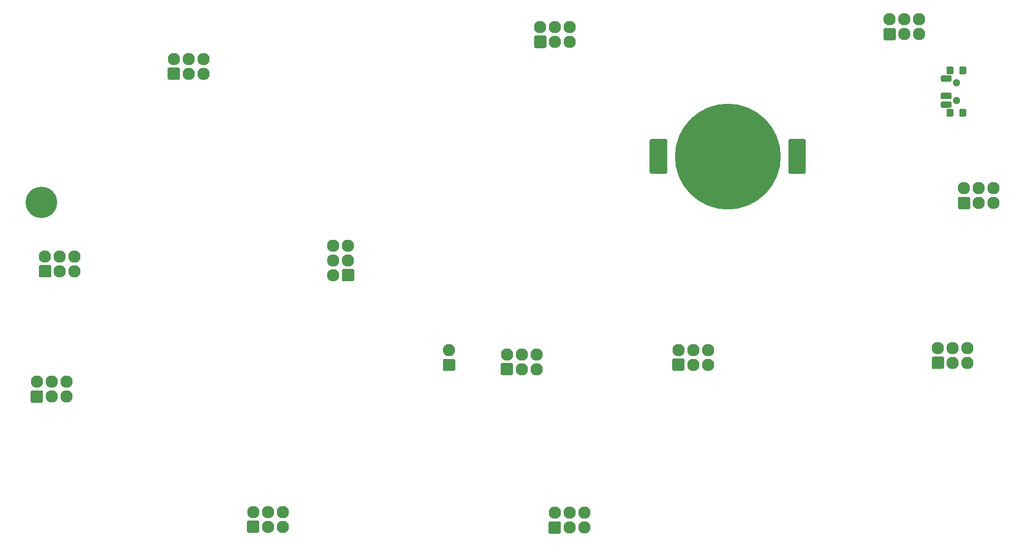
<source format=gbr>
G04 #@! TF.GenerationSoftware,KiCad,Pcbnew,(5.1.10)-1*
G04 #@! TF.CreationDate,2021-08-15T21:50:56-05:00*
G04 #@! TF.ProjectId,Bsides-KC Svg2Shenzen,42736964-6573-42d4-9b43-205376673253,rev?*
G04 #@! TF.SameCoordinates,Original*
G04 #@! TF.FileFunction,Soldermask,Bot*
G04 #@! TF.FilePolarity,Negative*
%FSLAX46Y46*%
G04 Gerber Fmt 4.6, Leading zero omitted, Abs format (unit mm)*
G04 Created by KiCad (PCBNEW (5.1.10)-1) date 2021-08-15 21:50:56*
%MOMM*%
%LPD*%
G01*
G04 APERTURE LIST*
%ADD10C,1.300000*%
%ADD11O,2.100000X2.100000*%
%ADD12C,2.127200*%
%ADD13O,2.127200X2.127200*%
%ADD14C,5.400000*%
%ADD15C,18.200000*%
G04 APERTURE END LIST*
G04 #@! TO.C,SW1*
G36*
G01*
X224720000Y-60200000D02*
X225520000Y-60200000D01*
G75*
G02*
X225720000Y-60400000I0J-200000D01*
G01*
X225720000Y-61400000D01*
G75*
G02*
X225520000Y-61600000I-200000J0D01*
G01*
X224720000Y-61600000D01*
G75*
G02*
X224520000Y-61400000I0J200000D01*
G01*
X224520000Y-60400000D01*
G75*
G02*
X224720000Y-60200000I200000J0D01*
G01*
G37*
G36*
G01*
X224720000Y-67500000D02*
X225520000Y-67500000D01*
G75*
G02*
X225720000Y-67700000I0J-200000D01*
G01*
X225720000Y-68700000D01*
G75*
G02*
X225520000Y-68900000I-200000J0D01*
G01*
X224720000Y-68900000D01*
G75*
G02*
X224520000Y-68700000I0J200000D01*
G01*
X224520000Y-67700000D01*
G75*
G02*
X224720000Y-67500000I200000J0D01*
G01*
G37*
G36*
G01*
X226930000Y-67500000D02*
X227730000Y-67500000D01*
G75*
G02*
X227930000Y-67700000I0J-200000D01*
G01*
X227930000Y-68700000D01*
G75*
G02*
X227730000Y-68900000I-200000J0D01*
G01*
X226930000Y-68900000D01*
G75*
G02*
X226730000Y-68700000I0J200000D01*
G01*
X226730000Y-67700000D01*
G75*
G02*
X226930000Y-67500000I200000J0D01*
G01*
G37*
G36*
G01*
X226930000Y-60200000D02*
X227730000Y-60200000D01*
G75*
G02*
X227930000Y-60400000I0J-200000D01*
G01*
X227930000Y-61400000D01*
G75*
G02*
X227730000Y-61600000I-200000J0D01*
G01*
X226930000Y-61600000D01*
G75*
G02*
X226730000Y-61400000I0J200000D01*
G01*
X226730000Y-60400000D01*
G75*
G02*
X226930000Y-60200000I200000J0D01*
G01*
G37*
G36*
G01*
X223720000Y-66250000D02*
X225220000Y-66250000D01*
G75*
G02*
X225420000Y-66450000I0J-200000D01*
G01*
X225420000Y-67150000D01*
G75*
G02*
X225220000Y-67350000I-200000J0D01*
G01*
X223720000Y-67350000D01*
G75*
G02*
X223520000Y-67150000I0J200000D01*
G01*
X223520000Y-66450000D01*
G75*
G02*
X223720000Y-66250000I200000J0D01*
G01*
G37*
G36*
G01*
X223720000Y-64750000D02*
X225220000Y-64750000D01*
G75*
G02*
X225420000Y-64950000I0J-200000D01*
G01*
X225420000Y-65650000D01*
G75*
G02*
X225220000Y-65850000I-200000J0D01*
G01*
X223720000Y-65850000D01*
G75*
G02*
X223520000Y-65650000I0J200000D01*
G01*
X223520000Y-64950000D01*
G75*
G02*
X223720000Y-64750000I200000J0D01*
G01*
G37*
G36*
G01*
X223720000Y-61750000D02*
X225220000Y-61750000D01*
G75*
G02*
X225420000Y-61950000I0J-200000D01*
G01*
X225420000Y-62650000D01*
G75*
G02*
X225220000Y-62850000I-200000J0D01*
G01*
X223720000Y-62850000D01*
G75*
G02*
X223520000Y-62650000I0J200000D01*
G01*
X223520000Y-61950000D01*
G75*
G02*
X223720000Y-61750000I200000J0D01*
G01*
G37*
D10*
X226230000Y-66050000D03*
X226230000Y-63050000D03*
G04 #@! TD*
D11*
G04 #@! TO.C,J1*
X139050000Y-109010000D03*
G36*
G01*
X138000000Y-112400000D02*
X138000000Y-110700000D01*
G75*
G02*
X138200000Y-110500000I200000J0D01*
G01*
X139900000Y-110500000D01*
G75*
G02*
X140100000Y-110700000I0J-200000D01*
G01*
X140100000Y-112400000D01*
G75*
G02*
X139900000Y-112600000I-200000J0D01*
G01*
X138200000Y-112600000D01*
G75*
G02*
X138000000Y-112400000I0J200000D01*
G01*
G37*
G04 #@! TD*
D12*
G04 #@! TO.C,X2*
X74726800Y-92913200D03*
X74726800Y-95453200D03*
D13*
X72186800Y-92913200D03*
X72186800Y-95453200D03*
X69646800Y-92913200D03*
G36*
G01*
X68783200Y-94389600D02*
X70510400Y-94389600D01*
G75*
G02*
X70710400Y-94589600I0J-200000D01*
G01*
X70710400Y-96316800D01*
G75*
G02*
X70510400Y-96516800I-200000J0D01*
G01*
X68783200Y-96516800D01*
G75*
G02*
X68583200Y-96316800I0J200000D01*
G01*
X68583200Y-94589600D01*
G75*
G02*
X68783200Y-94389600I200000J0D01*
G01*
G37*
G04 #@! TD*
D14*
G04 #@! TO.C,REF\u002A\u002A*
X68986400Y-83566000D03*
G04 #@! TD*
D12*
G04 #@! TO.C,X12*
X119176800Y-91033600D03*
X121716800Y-91033600D03*
D13*
X119176800Y-93573600D03*
X121716800Y-93573600D03*
X119176800Y-96113600D03*
G36*
G01*
X120653200Y-96977200D02*
X120653200Y-95250000D01*
G75*
G02*
X120853200Y-95050000I200000J0D01*
G01*
X122580400Y-95050000D01*
G75*
G02*
X122780400Y-95250000I0J-200000D01*
G01*
X122780400Y-96977200D01*
G75*
G02*
X122580400Y-97177200I-200000J0D01*
G01*
X120853200Y-97177200D01*
G75*
G02*
X120653200Y-96977200I0J200000D01*
G01*
G37*
G04 #@! TD*
D12*
G04 #@! TO.C,X11*
X162306000Y-136956800D03*
X162306000Y-139496800D03*
D13*
X159766000Y-136956800D03*
X159766000Y-139496800D03*
X157226000Y-136956800D03*
G36*
G01*
X156362400Y-138433200D02*
X158089600Y-138433200D01*
G75*
G02*
X158289600Y-138633200I0J-200000D01*
G01*
X158289600Y-140360400D01*
G75*
G02*
X158089600Y-140560400I-200000J0D01*
G01*
X156362400Y-140560400D01*
G75*
G02*
X156162400Y-140360400I0J200000D01*
G01*
X156162400Y-138633200D01*
G75*
G02*
X156362400Y-138433200I200000J0D01*
G01*
G37*
G04 #@! TD*
D12*
G04 #@! TO.C,X10*
X110473800Y-136824400D03*
X110473800Y-139364400D03*
D13*
X107933800Y-136824400D03*
X107933800Y-139364400D03*
X105393800Y-136824400D03*
G36*
G01*
X104530200Y-138300800D02*
X106257400Y-138300800D01*
G75*
G02*
X106457400Y-138500800I0J-200000D01*
G01*
X106457400Y-140228000D01*
G75*
G02*
X106257400Y-140428000I-200000J0D01*
G01*
X104530200Y-140428000D01*
G75*
G02*
X104330200Y-140228000I0J200000D01*
G01*
X104330200Y-138500800D01*
G75*
G02*
X104530200Y-138300800I200000J0D01*
G01*
G37*
G04 #@! TD*
D12*
G04 #@! TO.C,X9*
X154076400Y-109728000D03*
X154076400Y-112268000D03*
D13*
X151536400Y-109728000D03*
X151536400Y-112268000D03*
X148996400Y-109728000D03*
G36*
G01*
X148132800Y-111204400D02*
X149860000Y-111204400D01*
G75*
G02*
X150060000Y-111404400I0J-200000D01*
G01*
X150060000Y-113131600D01*
G75*
G02*
X149860000Y-113331600I-200000J0D01*
G01*
X148132800Y-113331600D01*
G75*
G02*
X147932800Y-113131600I0J200000D01*
G01*
X147932800Y-111404400D01*
G75*
G02*
X148132800Y-111204400I200000J0D01*
G01*
G37*
G04 #@! TD*
D12*
G04 #@! TO.C,X8*
X183540400Y-108966000D03*
X183540400Y-111506000D03*
D13*
X181000400Y-108966000D03*
X181000400Y-111506000D03*
X178460400Y-108966000D03*
G36*
G01*
X177596800Y-110442400D02*
X179324000Y-110442400D01*
G75*
G02*
X179524000Y-110642400I0J-200000D01*
G01*
X179524000Y-112369600D01*
G75*
G02*
X179324000Y-112569600I-200000J0D01*
G01*
X177596800Y-112569600D01*
G75*
G02*
X177396800Y-112369600I0J200000D01*
G01*
X177396800Y-110642400D01*
G75*
G02*
X177596800Y-110442400I200000J0D01*
G01*
G37*
G04 #@! TD*
D12*
G04 #@! TO.C,X7*
X228126600Y-108630400D03*
X228126600Y-111170400D03*
D13*
X225586600Y-108630400D03*
X225586600Y-111170400D03*
X223046600Y-108630400D03*
G36*
G01*
X222183000Y-110106800D02*
X223910200Y-110106800D01*
G75*
G02*
X224110200Y-110306800I0J-200000D01*
G01*
X224110200Y-112034000D01*
G75*
G02*
X223910200Y-112234000I-200000J0D01*
G01*
X222183000Y-112234000D01*
G75*
G02*
X221983000Y-112034000I0J200000D01*
G01*
X221983000Y-110306800D01*
G75*
G02*
X222183000Y-110106800I200000J0D01*
G01*
G37*
G04 #@! TD*
D12*
G04 #@! TO.C,X6*
X232613200Y-81178400D03*
X232613200Y-83718400D03*
D13*
X230073200Y-81178400D03*
X230073200Y-83718400D03*
X227533200Y-81178400D03*
G36*
G01*
X226669600Y-82654800D02*
X228396800Y-82654800D01*
G75*
G02*
X228596800Y-82854800I0J-200000D01*
G01*
X228596800Y-84582000D01*
G75*
G02*
X228396800Y-84782000I-200000J0D01*
G01*
X226669600Y-84782000D01*
G75*
G02*
X226469600Y-84582000I0J200000D01*
G01*
X226469600Y-82854800D01*
G75*
G02*
X226669600Y-82654800I200000J0D01*
G01*
G37*
G04 #@! TD*
D12*
G04 #@! TO.C,X5*
X219846200Y-52140800D03*
X219846200Y-54680800D03*
D13*
X217306200Y-52140800D03*
X217306200Y-54680800D03*
X214766200Y-52140800D03*
G36*
G01*
X213902600Y-53617200D02*
X215629800Y-53617200D01*
G75*
G02*
X215829800Y-53817200I0J-200000D01*
G01*
X215829800Y-55544400D01*
G75*
G02*
X215629800Y-55744400I-200000J0D01*
G01*
X213902600Y-55744400D01*
G75*
G02*
X213702600Y-55544400I0J200000D01*
G01*
X213702600Y-53817200D01*
G75*
G02*
X213902600Y-53617200I200000J0D01*
G01*
G37*
G04 #@! TD*
D12*
G04 #@! TO.C,X4*
X159800600Y-53461600D03*
X159800600Y-56001600D03*
D13*
X157260600Y-53461600D03*
X157260600Y-56001600D03*
X154720600Y-53461600D03*
G36*
G01*
X153857000Y-54938000D02*
X155584200Y-54938000D01*
G75*
G02*
X155784200Y-55138000I0J-200000D01*
G01*
X155784200Y-56865200D01*
G75*
G02*
X155584200Y-57065200I-200000J0D01*
G01*
X153857000Y-57065200D01*
G75*
G02*
X153657000Y-56865200I0J200000D01*
G01*
X153657000Y-55138000D01*
G75*
G02*
X153857000Y-54938000I200000J0D01*
G01*
G37*
G04 #@! TD*
D12*
G04 #@! TO.C,X3*
X96859400Y-58948000D03*
X96859400Y-61488000D03*
D13*
X94319400Y-58948000D03*
X94319400Y-61488000D03*
X91779400Y-58948000D03*
G36*
G01*
X90915800Y-60424400D02*
X92643000Y-60424400D01*
G75*
G02*
X92843000Y-60624400I0J-200000D01*
G01*
X92843000Y-62351600D01*
G75*
G02*
X92643000Y-62551600I-200000J0D01*
G01*
X90915800Y-62551600D01*
G75*
G02*
X90715800Y-62351600I0J200000D01*
G01*
X90715800Y-60624400D01*
G75*
G02*
X90915800Y-60424400I200000J0D01*
G01*
G37*
G04 #@! TD*
D12*
G04 #@! TO.C,X1*
X73304400Y-114452400D03*
X73304400Y-116992400D03*
D13*
X70764400Y-114452400D03*
X70764400Y-116992400D03*
X68224400Y-114452400D03*
G36*
G01*
X67360800Y-115928800D02*
X69088000Y-115928800D01*
G75*
G02*
X69288000Y-116128800I0J-200000D01*
G01*
X69288000Y-117856000D01*
G75*
G02*
X69088000Y-118056000I-200000J0D01*
G01*
X67360800Y-118056000D01*
G75*
G02*
X67160800Y-117856000I0J200000D01*
G01*
X67160800Y-116128800D01*
G75*
G02*
X67360800Y-115928800I200000J0D01*
G01*
G37*
G04 #@! TD*
D15*
G04 #@! TO.C,BT1*
X186944000Y-75692000D03*
G36*
G01*
X197349000Y-78472000D02*
X197349000Y-72912000D01*
G75*
G02*
X197549000Y-72712000I200000J0D01*
G01*
X200149000Y-72712000D01*
G75*
G02*
X200349000Y-72912000I0J-200000D01*
G01*
X200349000Y-78472000D01*
G75*
G02*
X200149000Y-78672000I-200000J0D01*
G01*
X197549000Y-78672000D01*
G75*
G02*
X197349000Y-78472000I0J200000D01*
G01*
G37*
G36*
G01*
X173539000Y-78472000D02*
X173539000Y-72912000D01*
G75*
G02*
X173739000Y-72712000I200000J0D01*
G01*
X176339000Y-72712000D01*
G75*
G02*
X176539000Y-72912000I0J-200000D01*
G01*
X176539000Y-78472000D01*
G75*
G02*
X176339000Y-78672000I-200000J0D01*
G01*
X173739000Y-78672000D01*
G75*
G02*
X173539000Y-78472000I0J200000D01*
G01*
G37*
G04 #@! TD*
M02*

</source>
